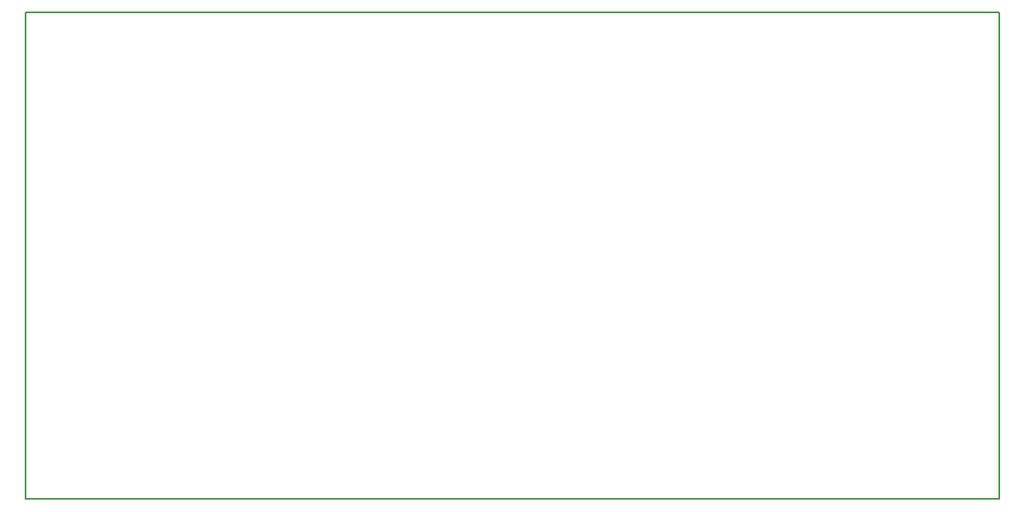
<source format=gko>
G04*
G04 #@! TF.GenerationSoftware,Altium Limited,Altium Designer,21.7.1 (17)*
G04*
G04 Layer_Color=16711935*
%FSLAX44Y44*%
%MOMM*%
G71*
G04*
G04 #@! TF.SameCoordinates,003C428C-6323-4237-91BB-275CBF4B30E0*
G04*
G04*
G04 #@! TF.FilePolarity,Positive*
G04*
G01*
G75*
%ADD13C,0.2000*%
D13*
X1000000Y0D02*
Y500000D01*
X0Y0D02*
X1000000D01*
X0D02*
Y500000D01*
X1000000D01*
M02*

</source>
